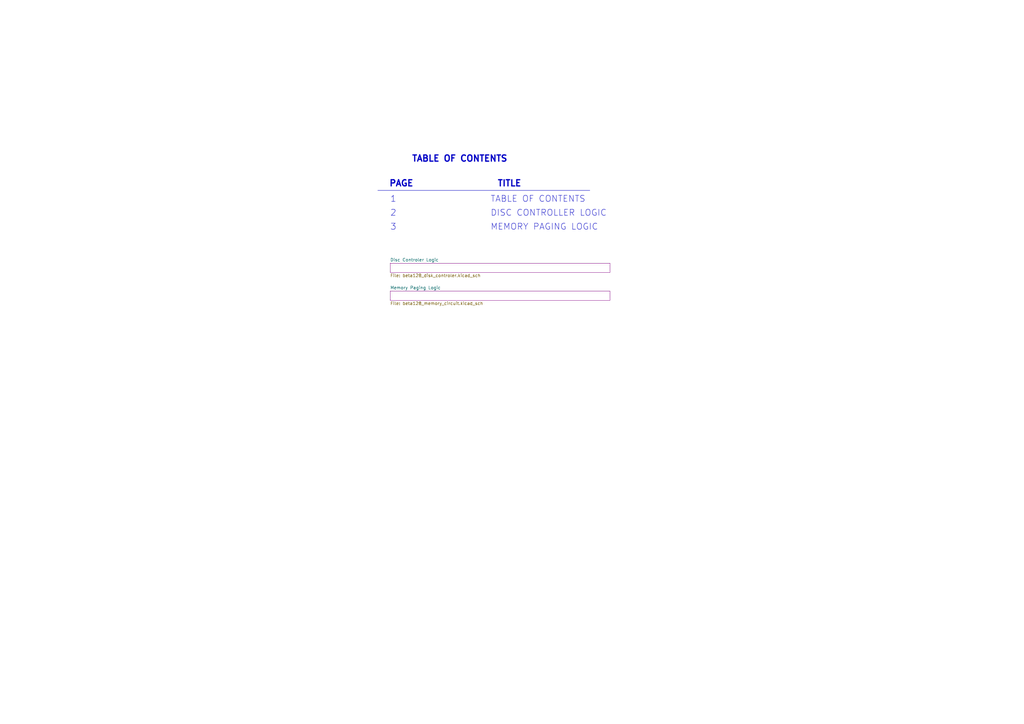
<source format=kicad_sch>
(kicad_sch (version 20200506) (host eeschema "5.99.0-unknown-bc0fc0b~88~ubuntu20.04.1")
  (page "A3")
  (title_block (title "Beta Disk Interface") (date "2020-03-13") (rev "0.3") (company "Alvaro Alea Fdz.") (comment 1 "Based on Rev 5 (Beta 128)") (comment 2 "Under Licence GPL3"))
  (lib_symbols)
  (polyline (pts (xy 154.94 78.105) (xy 241.935 78.105)))
  (text "1                    TABLE OF CONTENTS" (at 160.02 83.185 0) (effects (font (size 2.54 2.54)) (justify left bottom)))
  (text "2                    DISC CONTROLLER LOGIC" (at 160.02 88.9 0) (effects (font (size 2.54 2.54)) (justify left bottom)))
  (text "3                    MEMORY PAGING LOGIC" (at 160.02 94.615 0) (effects (font (size 2.54 2.54)) (justify left bottom)))
  (text "TABLE OF CONTENTS" (at 208.28 66.675 180) (effects (font (size 2.54 2.54) (thickness 0.508) bold) (justify right bottom)))
  (text "PAGE                  TITLE" (at 213.995 76.835 180) (effects (font (size 2.54 2.54) (thickness 0.508) bold) (justify right bottom)))
  (sheet (at 160.02 107.95) (size 90.17 3.81) (stroke (width 0.1524) (color 132 0 132 1)) (fill (color 255 255 255 1.0000))
    (property "Sheet name" "Disc Controler Logic" (at 160.02 107.3145 0) (effects (justify left bottom)))
    (property "Sheet file" "beta128_disk_controler.kicad_sch" (at 160.02 112.2685 0) (effects (justify left top)))
  )
  (sheet (at 160.02 119.38) (size 90.17 3.81) (stroke (width 0.1524) (color 132 0 132 1)) (fill (color 255 255 255 1.0000))
    (property "Sheet name" "Memory Paging Logic" (at 160.02 118.7445 0) (effects (justify left bottom)))
    (property "Sheet file" "beta128_memory_circuit.kicad_sch" (at 160.02 123.6985 0) (effects (justify left top)))
  )
)
</source>
